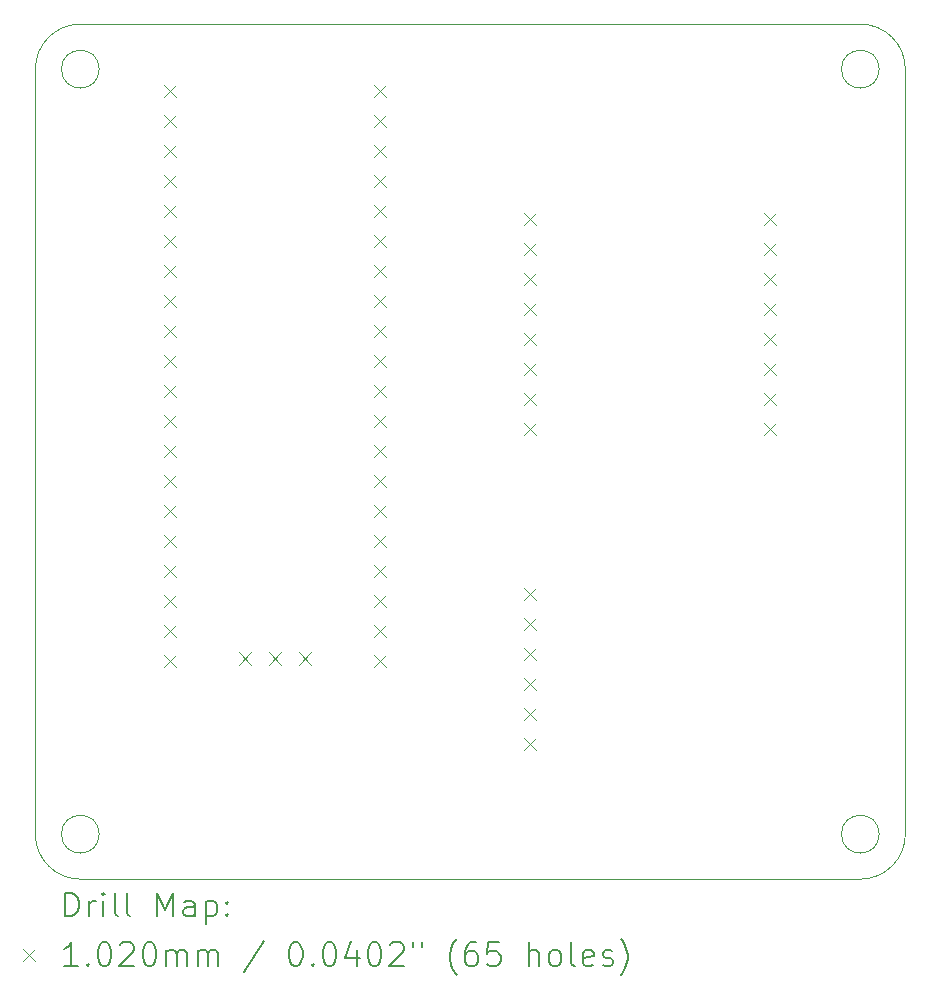
<source format=gbr>
%TF.GenerationSoftware,KiCad,Pcbnew,(6.0.8)*%
%TF.CreationDate,2024-02-14T20:35:23-05:00*%
%TF.ProjectId,boat,626f6174-2e6b-4696-9361-645f70636258,rev?*%
%TF.SameCoordinates,Original*%
%TF.FileFunction,Drillmap*%
%TF.FilePolarity,Positive*%
%FSLAX45Y45*%
G04 Gerber Fmt 4.5, Leading zero omitted, Abs format (unit mm)*
G04 Created by KiCad (PCBNEW (6.0.8)) date 2024-02-14 20:35:23*
%MOMM*%
%LPD*%
G01*
G04 APERTURE LIST*
%ADD10C,0.100000*%
%ADD11C,0.200000*%
%ADD12C,0.102000*%
G04 APERTURE END LIST*
D10*
X11811000Y-12954000D02*
G75*
G03*
X12192000Y-13335000I381000J0D01*
G01*
X19177000Y-6477000D02*
G75*
G03*
X18796000Y-6096000I-381000J0D01*
G01*
X12192000Y-6096000D02*
X18796000Y-6096000D01*
X12352000Y-6477000D02*
G75*
G03*
X12352000Y-6477000I-160000J0D01*
G01*
X19177000Y-12954000D02*
X19177000Y-6477000D01*
X18796000Y-13335000D02*
X12192000Y-13335000D01*
X12192000Y-6096000D02*
G75*
G03*
X11811000Y-6477000I0J-381000D01*
G01*
X18956000Y-12954000D02*
G75*
G03*
X18956000Y-12954000I-160000J0D01*
G01*
X11811000Y-6477000D02*
X11811000Y-12954000D01*
X18956000Y-6477000D02*
G75*
G03*
X18956000Y-6477000I-160000J0D01*
G01*
X12352000Y-12954000D02*
G75*
G03*
X12352000Y-12954000I-160000J0D01*
G01*
X18796000Y-13335000D02*
G75*
G03*
X19177000Y-12954000I0J381000D01*
G01*
D11*
D12*
X12903000Y-6613000D02*
X13005000Y-6715000D01*
X13005000Y-6613000D02*
X12903000Y-6715000D01*
X12903000Y-6867000D02*
X13005000Y-6969000D01*
X13005000Y-6867000D02*
X12903000Y-6969000D01*
X12903000Y-7121000D02*
X13005000Y-7223000D01*
X13005000Y-7121000D02*
X12903000Y-7223000D01*
X12903000Y-7375000D02*
X13005000Y-7477000D01*
X13005000Y-7375000D02*
X12903000Y-7477000D01*
X12903000Y-7629000D02*
X13005000Y-7731000D01*
X13005000Y-7629000D02*
X12903000Y-7731000D01*
X12903000Y-7883000D02*
X13005000Y-7985000D01*
X13005000Y-7883000D02*
X12903000Y-7985000D01*
X12903000Y-8137000D02*
X13005000Y-8239000D01*
X13005000Y-8137000D02*
X12903000Y-8239000D01*
X12903000Y-8391000D02*
X13005000Y-8493000D01*
X13005000Y-8391000D02*
X12903000Y-8493000D01*
X12903000Y-8645000D02*
X13005000Y-8747000D01*
X13005000Y-8645000D02*
X12903000Y-8747000D01*
X12903000Y-8899000D02*
X13005000Y-9001000D01*
X13005000Y-8899000D02*
X12903000Y-9001000D01*
X12903000Y-9153000D02*
X13005000Y-9255000D01*
X13005000Y-9153000D02*
X12903000Y-9255000D01*
X12903000Y-9407000D02*
X13005000Y-9509000D01*
X13005000Y-9407000D02*
X12903000Y-9509000D01*
X12903000Y-9661000D02*
X13005000Y-9763000D01*
X13005000Y-9661000D02*
X12903000Y-9763000D01*
X12903000Y-9915000D02*
X13005000Y-10017000D01*
X13005000Y-9915000D02*
X12903000Y-10017000D01*
X12903000Y-10169000D02*
X13005000Y-10271000D01*
X13005000Y-10169000D02*
X12903000Y-10271000D01*
X12903000Y-10423000D02*
X13005000Y-10525000D01*
X13005000Y-10423000D02*
X12903000Y-10525000D01*
X12903000Y-10677000D02*
X13005000Y-10779000D01*
X13005000Y-10677000D02*
X12903000Y-10779000D01*
X12903000Y-10931000D02*
X13005000Y-11033000D01*
X13005000Y-10931000D02*
X12903000Y-11033000D01*
X12903000Y-11185000D02*
X13005000Y-11287000D01*
X13005000Y-11185000D02*
X12903000Y-11287000D01*
X12903000Y-11439000D02*
X13005000Y-11541000D01*
X13005000Y-11439000D02*
X12903000Y-11541000D01*
X13538000Y-11416000D02*
X13640000Y-11518000D01*
X13640000Y-11416000D02*
X13538000Y-11518000D01*
X13792000Y-11416000D02*
X13894000Y-11518000D01*
X13894000Y-11416000D02*
X13792000Y-11518000D01*
X14046000Y-11416000D02*
X14148000Y-11518000D01*
X14148000Y-11416000D02*
X14046000Y-11518000D01*
X14681000Y-6613000D02*
X14783000Y-6715000D01*
X14783000Y-6613000D02*
X14681000Y-6715000D01*
X14681000Y-6867000D02*
X14783000Y-6969000D01*
X14783000Y-6867000D02*
X14681000Y-6969000D01*
X14681000Y-7121000D02*
X14783000Y-7223000D01*
X14783000Y-7121000D02*
X14681000Y-7223000D01*
X14681000Y-7375000D02*
X14783000Y-7477000D01*
X14783000Y-7375000D02*
X14681000Y-7477000D01*
X14681000Y-7629000D02*
X14783000Y-7731000D01*
X14783000Y-7629000D02*
X14681000Y-7731000D01*
X14681000Y-7883000D02*
X14783000Y-7985000D01*
X14783000Y-7883000D02*
X14681000Y-7985000D01*
X14681000Y-8137000D02*
X14783000Y-8239000D01*
X14783000Y-8137000D02*
X14681000Y-8239000D01*
X14681000Y-8391000D02*
X14783000Y-8493000D01*
X14783000Y-8391000D02*
X14681000Y-8493000D01*
X14681000Y-8645000D02*
X14783000Y-8747000D01*
X14783000Y-8645000D02*
X14681000Y-8747000D01*
X14681000Y-8899000D02*
X14783000Y-9001000D01*
X14783000Y-8899000D02*
X14681000Y-9001000D01*
X14681000Y-9153000D02*
X14783000Y-9255000D01*
X14783000Y-9153000D02*
X14681000Y-9255000D01*
X14681000Y-9407000D02*
X14783000Y-9509000D01*
X14783000Y-9407000D02*
X14681000Y-9509000D01*
X14681000Y-9661000D02*
X14783000Y-9763000D01*
X14783000Y-9661000D02*
X14681000Y-9763000D01*
X14681000Y-9915000D02*
X14783000Y-10017000D01*
X14783000Y-9915000D02*
X14681000Y-10017000D01*
X14681000Y-10169000D02*
X14783000Y-10271000D01*
X14783000Y-10169000D02*
X14681000Y-10271000D01*
X14681000Y-10423000D02*
X14783000Y-10525000D01*
X14783000Y-10423000D02*
X14681000Y-10525000D01*
X14681000Y-10677000D02*
X14783000Y-10779000D01*
X14783000Y-10677000D02*
X14681000Y-10779000D01*
X14681000Y-10931000D02*
X14783000Y-11033000D01*
X14783000Y-10931000D02*
X14681000Y-11033000D01*
X14681000Y-11185000D02*
X14783000Y-11287000D01*
X14783000Y-11185000D02*
X14681000Y-11287000D01*
X14681000Y-11439000D02*
X14783000Y-11541000D01*
X14783000Y-11439000D02*
X14681000Y-11541000D01*
X15951000Y-7696000D02*
X16053000Y-7798000D01*
X16053000Y-7696000D02*
X15951000Y-7798000D01*
X15951000Y-7950000D02*
X16053000Y-8052000D01*
X16053000Y-7950000D02*
X15951000Y-8052000D01*
X15951000Y-8204000D02*
X16053000Y-8306000D01*
X16053000Y-8204000D02*
X15951000Y-8306000D01*
X15951000Y-8458000D02*
X16053000Y-8560000D01*
X16053000Y-8458000D02*
X15951000Y-8560000D01*
X15951000Y-8712000D02*
X16053000Y-8814000D01*
X16053000Y-8712000D02*
X15951000Y-8814000D01*
X15951000Y-8966000D02*
X16053000Y-9068000D01*
X16053000Y-8966000D02*
X15951000Y-9068000D01*
X15951000Y-9220000D02*
X16053000Y-9322000D01*
X16053000Y-9220000D02*
X15951000Y-9322000D01*
X15951000Y-9474000D02*
X16053000Y-9576000D01*
X16053000Y-9474000D02*
X15951000Y-9576000D01*
X15951000Y-10871000D02*
X16053000Y-10973000D01*
X16053000Y-10871000D02*
X15951000Y-10973000D01*
X15951000Y-11125000D02*
X16053000Y-11227000D01*
X16053000Y-11125000D02*
X15951000Y-11227000D01*
X15951000Y-11379000D02*
X16053000Y-11481000D01*
X16053000Y-11379000D02*
X15951000Y-11481000D01*
X15951000Y-11633000D02*
X16053000Y-11735000D01*
X16053000Y-11633000D02*
X15951000Y-11735000D01*
X15951000Y-11887000D02*
X16053000Y-11989000D01*
X16053000Y-11887000D02*
X15951000Y-11989000D01*
X15951000Y-12141000D02*
X16053000Y-12243000D01*
X16053000Y-12141000D02*
X15951000Y-12243000D01*
X17983000Y-7696000D02*
X18085000Y-7798000D01*
X18085000Y-7696000D02*
X17983000Y-7798000D01*
X17983000Y-7950000D02*
X18085000Y-8052000D01*
X18085000Y-7950000D02*
X17983000Y-8052000D01*
X17983000Y-8204000D02*
X18085000Y-8306000D01*
X18085000Y-8204000D02*
X17983000Y-8306000D01*
X17983000Y-8458000D02*
X18085000Y-8560000D01*
X18085000Y-8458000D02*
X17983000Y-8560000D01*
X17983000Y-8712000D02*
X18085000Y-8814000D01*
X18085000Y-8712000D02*
X17983000Y-8814000D01*
X17983000Y-8966000D02*
X18085000Y-9068000D01*
X18085000Y-8966000D02*
X17983000Y-9068000D01*
X17983000Y-9220000D02*
X18085000Y-9322000D01*
X18085000Y-9220000D02*
X17983000Y-9322000D01*
X17983000Y-9474000D02*
X18085000Y-9576000D01*
X18085000Y-9474000D02*
X17983000Y-9576000D01*
D11*
X12063619Y-13650476D02*
X12063619Y-13450476D01*
X12111238Y-13450476D01*
X12139809Y-13460000D01*
X12158857Y-13479048D01*
X12168381Y-13498095D01*
X12177905Y-13536190D01*
X12177905Y-13564762D01*
X12168381Y-13602857D01*
X12158857Y-13621905D01*
X12139809Y-13640952D01*
X12111238Y-13650476D01*
X12063619Y-13650476D01*
X12263619Y-13650476D02*
X12263619Y-13517143D01*
X12263619Y-13555238D02*
X12273143Y-13536190D01*
X12282667Y-13526667D01*
X12301714Y-13517143D01*
X12320762Y-13517143D01*
X12387428Y-13650476D02*
X12387428Y-13517143D01*
X12387428Y-13450476D02*
X12377905Y-13460000D01*
X12387428Y-13469524D01*
X12396952Y-13460000D01*
X12387428Y-13450476D01*
X12387428Y-13469524D01*
X12511238Y-13650476D02*
X12492190Y-13640952D01*
X12482667Y-13621905D01*
X12482667Y-13450476D01*
X12616000Y-13650476D02*
X12596952Y-13640952D01*
X12587428Y-13621905D01*
X12587428Y-13450476D01*
X12844571Y-13650476D02*
X12844571Y-13450476D01*
X12911238Y-13593333D01*
X12977905Y-13450476D01*
X12977905Y-13650476D01*
X13158857Y-13650476D02*
X13158857Y-13545714D01*
X13149333Y-13526667D01*
X13130286Y-13517143D01*
X13092190Y-13517143D01*
X13073143Y-13526667D01*
X13158857Y-13640952D02*
X13139809Y-13650476D01*
X13092190Y-13650476D01*
X13073143Y-13640952D01*
X13063619Y-13621905D01*
X13063619Y-13602857D01*
X13073143Y-13583809D01*
X13092190Y-13574286D01*
X13139809Y-13574286D01*
X13158857Y-13564762D01*
X13254095Y-13517143D02*
X13254095Y-13717143D01*
X13254095Y-13526667D02*
X13273143Y-13517143D01*
X13311238Y-13517143D01*
X13330286Y-13526667D01*
X13339809Y-13536190D01*
X13349333Y-13555238D01*
X13349333Y-13612381D01*
X13339809Y-13631428D01*
X13330286Y-13640952D01*
X13311238Y-13650476D01*
X13273143Y-13650476D01*
X13254095Y-13640952D01*
X13435048Y-13631428D02*
X13444571Y-13640952D01*
X13435048Y-13650476D01*
X13425524Y-13640952D01*
X13435048Y-13631428D01*
X13435048Y-13650476D01*
X13435048Y-13526667D02*
X13444571Y-13536190D01*
X13435048Y-13545714D01*
X13425524Y-13536190D01*
X13435048Y-13526667D01*
X13435048Y-13545714D01*
D12*
X11704000Y-13929000D02*
X11806000Y-14031000D01*
X11806000Y-13929000D02*
X11704000Y-14031000D01*
D11*
X12168381Y-14070476D02*
X12054095Y-14070476D01*
X12111238Y-14070476D02*
X12111238Y-13870476D01*
X12092190Y-13899048D01*
X12073143Y-13918095D01*
X12054095Y-13927619D01*
X12254095Y-14051428D02*
X12263619Y-14060952D01*
X12254095Y-14070476D01*
X12244571Y-14060952D01*
X12254095Y-14051428D01*
X12254095Y-14070476D01*
X12387428Y-13870476D02*
X12406476Y-13870476D01*
X12425524Y-13880000D01*
X12435048Y-13889524D01*
X12444571Y-13908571D01*
X12454095Y-13946667D01*
X12454095Y-13994286D01*
X12444571Y-14032381D01*
X12435048Y-14051428D01*
X12425524Y-14060952D01*
X12406476Y-14070476D01*
X12387428Y-14070476D01*
X12368381Y-14060952D01*
X12358857Y-14051428D01*
X12349333Y-14032381D01*
X12339809Y-13994286D01*
X12339809Y-13946667D01*
X12349333Y-13908571D01*
X12358857Y-13889524D01*
X12368381Y-13880000D01*
X12387428Y-13870476D01*
X12530286Y-13889524D02*
X12539809Y-13880000D01*
X12558857Y-13870476D01*
X12606476Y-13870476D01*
X12625524Y-13880000D01*
X12635048Y-13889524D01*
X12644571Y-13908571D01*
X12644571Y-13927619D01*
X12635048Y-13956190D01*
X12520762Y-14070476D01*
X12644571Y-14070476D01*
X12768381Y-13870476D02*
X12787428Y-13870476D01*
X12806476Y-13880000D01*
X12816000Y-13889524D01*
X12825524Y-13908571D01*
X12835048Y-13946667D01*
X12835048Y-13994286D01*
X12825524Y-14032381D01*
X12816000Y-14051428D01*
X12806476Y-14060952D01*
X12787428Y-14070476D01*
X12768381Y-14070476D01*
X12749333Y-14060952D01*
X12739809Y-14051428D01*
X12730286Y-14032381D01*
X12720762Y-13994286D01*
X12720762Y-13946667D01*
X12730286Y-13908571D01*
X12739809Y-13889524D01*
X12749333Y-13880000D01*
X12768381Y-13870476D01*
X12920762Y-14070476D02*
X12920762Y-13937143D01*
X12920762Y-13956190D02*
X12930286Y-13946667D01*
X12949333Y-13937143D01*
X12977905Y-13937143D01*
X12996952Y-13946667D01*
X13006476Y-13965714D01*
X13006476Y-14070476D01*
X13006476Y-13965714D02*
X13016000Y-13946667D01*
X13035048Y-13937143D01*
X13063619Y-13937143D01*
X13082667Y-13946667D01*
X13092190Y-13965714D01*
X13092190Y-14070476D01*
X13187428Y-14070476D02*
X13187428Y-13937143D01*
X13187428Y-13956190D02*
X13196952Y-13946667D01*
X13216000Y-13937143D01*
X13244571Y-13937143D01*
X13263619Y-13946667D01*
X13273143Y-13965714D01*
X13273143Y-14070476D01*
X13273143Y-13965714D02*
X13282667Y-13946667D01*
X13301714Y-13937143D01*
X13330286Y-13937143D01*
X13349333Y-13946667D01*
X13358857Y-13965714D01*
X13358857Y-14070476D01*
X13749333Y-13860952D02*
X13577905Y-14118095D01*
X14006476Y-13870476D02*
X14025524Y-13870476D01*
X14044571Y-13880000D01*
X14054095Y-13889524D01*
X14063619Y-13908571D01*
X14073143Y-13946667D01*
X14073143Y-13994286D01*
X14063619Y-14032381D01*
X14054095Y-14051428D01*
X14044571Y-14060952D01*
X14025524Y-14070476D01*
X14006476Y-14070476D01*
X13987428Y-14060952D01*
X13977905Y-14051428D01*
X13968381Y-14032381D01*
X13958857Y-13994286D01*
X13958857Y-13946667D01*
X13968381Y-13908571D01*
X13977905Y-13889524D01*
X13987428Y-13880000D01*
X14006476Y-13870476D01*
X14158857Y-14051428D02*
X14168381Y-14060952D01*
X14158857Y-14070476D01*
X14149333Y-14060952D01*
X14158857Y-14051428D01*
X14158857Y-14070476D01*
X14292190Y-13870476D02*
X14311238Y-13870476D01*
X14330286Y-13880000D01*
X14339809Y-13889524D01*
X14349333Y-13908571D01*
X14358857Y-13946667D01*
X14358857Y-13994286D01*
X14349333Y-14032381D01*
X14339809Y-14051428D01*
X14330286Y-14060952D01*
X14311238Y-14070476D01*
X14292190Y-14070476D01*
X14273143Y-14060952D01*
X14263619Y-14051428D01*
X14254095Y-14032381D01*
X14244571Y-13994286D01*
X14244571Y-13946667D01*
X14254095Y-13908571D01*
X14263619Y-13889524D01*
X14273143Y-13880000D01*
X14292190Y-13870476D01*
X14530286Y-13937143D02*
X14530286Y-14070476D01*
X14482667Y-13860952D02*
X14435048Y-14003809D01*
X14558857Y-14003809D01*
X14673143Y-13870476D02*
X14692190Y-13870476D01*
X14711238Y-13880000D01*
X14720762Y-13889524D01*
X14730286Y-13908571D01*
X14739809Y-13946667D01*
X14739809Y-13994286D01*
X14730286Y-14032381D01*
X14720762Y-14051428D01*
X14711238Y-14060952D01*
X14692190Y-14070476D01*
X14673143Y-14070476D01*
X14654095Y-14060952D01*
X14644571Y-14051428D01*
X14635048Y-14032381D01*
X14625524Y-13994286D01*
X14625524Y-13946667D01*
X14635048Y-13908571D01*
X14644571Y-13889524D01*
X14654095Y-13880000D01*
X14673143Y-13870476D01*
X14816000Y-13889524D02*
X14825524Y-13880000D01*
X14844571Y-13870476D01*
X14892190Y-13870476D01*
X14911238Y-13880000D01*
X14920762Y-13889524D01*
X14930286Y-13908571D01*
X14930286Y-13927619D01*
X14920762Y-13956190D01*
X14806476Y-14070476D01*
X14930286Y-14070476D01*
X15006476Y-13870476D02*
X15006476Y-13908571D01*
X15082667Y-13870476D02*
X15082667Y-13908571D01*
X15377905Y-14146667D02*
X15368381Y-14137143D01*
X15349333Y-14108571D01*
X15339809Y-14089524D01*
X15330286Y-14060952D01*
X15320762Y-14013333D01*
X15320762Y-13975238D01*
X15330286Y-13927619D01*
X15339809Y-13899048D01*
X15349333Y-13880000D01*
X15368381Y-13851428D01*
X15377905Y-13841905D01*
X15539809Y-13870476D02*
X15501714Y-13870476D01*
X15482667Y-13880000D01*
X15473143Y-13889524D01*
X15454095Y-13918095D01*
X15444571Y-13956190D01*
X15444571Y-14032381D01*
X15454095Y-14051428D01*
X15463619Y-14060952D01*
X15482667Y-14070476D01*
X15520762Y-14070476D01*
X15539809Y-14060952D01*
X15549333Y-14051428D01*
X15558857Y-14032381D01*
X15558857Y-13984762D01*
X15549333Y-13965714D01*
X15539809Y-13956190D01*
X15520762Y-13946667D01*
X15482667Y-13946667D01*
X15463619Y-13956190D01*
X15454095Y-13965714D01*
X15444571Y-13984762D01*
X15739809Y-13870476D02*
X15644571Y-13870476D01*
X15635048Y-13965714D01*
X15644571Y-13956190D01*
X15663619Y-13946667D01*
X15711238Y-13946667D01*
X15730286Y-13956190D01*
X15739809Y-13965714D01*
X15749333Y-13984762D01*
X15749333Y-14032381D01*
X15739809Y-14051428D01*
X15730286Y-14060952D01*
X15711238Y-14070476D01*
X15663619Y-14070476D01*
X15644571Y-14060952D01*
X15635048Y-14051428D01*
X15987428Y-14070476D02*
X15987428Y-13870476D01*
X16073143Y-14070476D02*
X16073143Y-13965714D01*
X16063619Y-13946667D01*
X16044571Y-13937143D01*
X16016000Y-13937143D01*
X15996952Y-13946667D01*
X15987428Y-13956190D01*
X16196952Y-14070476D02*
X16177905Y-14060952D01*
X16168381Y-14051428D01*
X16158857Y-14032381D01*
X16158857Y-13975238D01*
X16168381Y-13956190D01*
X16177905Y-13946667D01*
X16196952Y-13937143D01*
X16225524Y-13937143D01*
X16244571Y-13946667D01*
X16254095Y-13956190D01*
X16263619Y-13975238D01*
X16263619Y-14032381D01*
X16254095Y-14051428D01*
X16244571Y-14060952D01*
X16225524Y-14070476D01*
X16196952Y-14070476D01*
X16377905Y-14070476D02*
X16358857Y-14060952D01*
X16349333Y-14041905D01*
X16349333Y-13870476D01*
X16530286Y-14060952D02*
X16511238Y-14070476D01*
X16473143Y-14070476D01*
X16454095Y-14060952D01*
X16444571Y-14041905D01*
X16444571Y-13965714D01*
X16454095Y-13946667D01*
X16473143Y-13937143D01*
X16511238Y-13937143D01*
X16530286Y-13946667D01*
X16539809Y-13965714D01*
X16539809Y-13984762D01*
X16444571Y-14003809D01*
X16616000Y-14060952D02*
X16635048Y-14070476D01*
X16673143Y-14070476D01*
X16692190Y-14060952D01*
X16701714Y-14041905D01*
X16701714Y-14032381D01*
X16692190Y-14013333D01*
X16673143Y-14003809D01*
X16644571Y-14003809D01*
X16625524Y-13994286D01*
X16616000Y-13975238D01*
X16616000Y-13965714D01*
X16625524Y-13946667D01*
X16644571Y-13937143D01*
X16673143Y-13937143D01*
X16692190Y-13946667D01*
X16768381Y-14146667D02*
X16777905Y-14137143D01*
X16796952Y-14108571D01*
X16806476Y-14089524D01*
X16816000Y-14060952D01*
X16825524Y-14013333D01*
X16825524Y-13975238D01*
X16816000Y-13927619D01*
X16806476Y-13899048D01*
X16796952Y-13880000D01*
X16777905Y-13851428D01*
X16768381Y-13841905D01*
M02*

</source>
